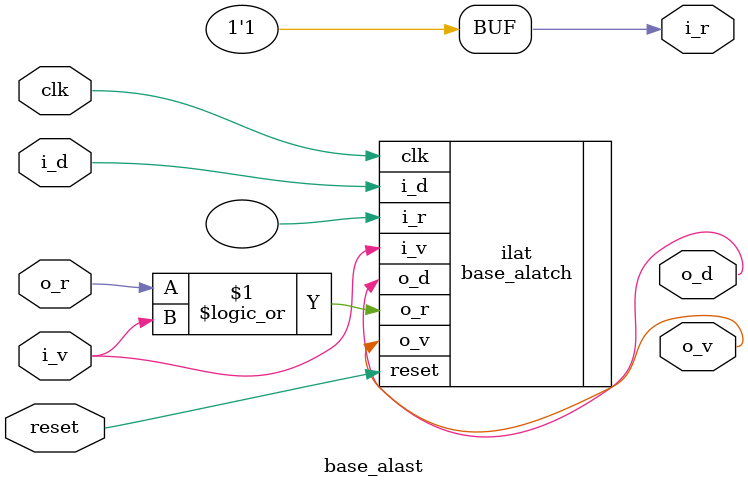
<source format=sv>
/*
 * Copyright 2017 IBM Corporation
 * Licensed to the Apache Software Foundation (ASF) under one
 * or more contributor license agreements.  See the NOTICE file
 * distributed with this work for additional information
 * regarding copyright ownership.  The ASF licenses this file
 * to you under the Apache License, Version 2.0 (the
 * "License"); you may not use this file except in compliance
 * with the License.  You may obtain a copy of the License at
 *
 *     http://www.apache.org/licenses/LICENSE-2.0
 *
 * Unless required by applicable law or agreed to in writing, software
 * distributed under the License is distributed on an "AS IS" BASIS,
 * WITHOUT WARRANTIES OR CONDITIONS OF ANY KIND, either express or implied.
 * See the License for the specific language governing permissions and
 * limitations under the License.
 *
 * Author: Andrew K Martin akmartin@us.ibm.com
 */
 
module base_alast#(parameter width=1)
   (input clk,
    input 	       reset,
    output 	       i_r,
    input 	       i_v,
    input [0:width-1]  i_d,

    input 	       o_r,
    output 	       o_v,
    output [0:width-1] o_d
    );

   base_alatch#(.width(width)) ilat(.clk(clk),.reset(reset),.i_r(),.i_v(i_v),.i_d(i_d), .o_v(o_v), .o_d(o_d), .o_r(o_r || i_v));
   assign i_r = 1'b1;
endmodule // base_alast

   
   
  

</source>
